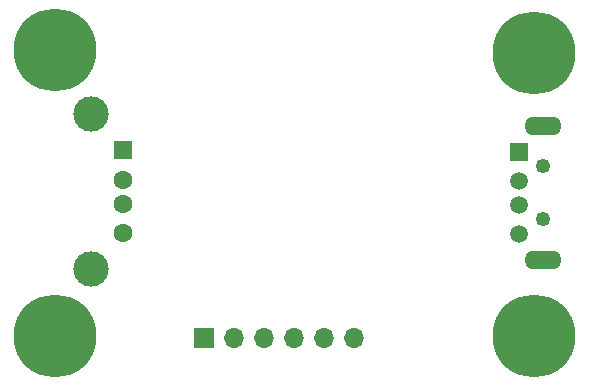
<source format=gbr>
G04 #@! TF.GenerationSoftware,KiCad,Pcbnew,(5.99.0-11535-gf6cac49802)*
G04 #@! TF.CreationDate,2021-08-06T14:04:52-04:00*
G04 #@! TF.ProjectId,esphome-humitemp,65737068-6f6d-4652-9d68-756d6974656d,1*
G04 #@! TF.SameCoordinates,Original*
G04 #@! TF.FileFunction,Soldermask,Bot*
G04 #@! TF.FilePolarity,Negative*
%FSLAX46Y46*%
G04 Gerber Fmt 4.6, Leading zero omitted, Abs format (unit mm)*
G04 Created by KiCad (PCBNEW (5.99.0-11535-gf6cac49802)) date 2021-08-06 14:04:52*
%MOMM*%
%LPD*%
G01*
G04 APERTURE LIST*
%ADD10C,7.000000*%
%ADD11R,1.700000X1.700000*%
%ADD12O,1.700000X1.700000*%
%ADD13R,1.500000X1.600000*%
%ADD14C,1.600000*%
%ADD15C,3.000000*%
%ADD16R,1.508000X1.508000*%
%ADD17C,1.508000*%
%ADD18C,1.250000*%
%ADD19O,3.150000X1.575000*%
G04 APERTURE END LIST*
D10*
X94250000Y-76500000D03*
X134750000Y-76500000D03*
D11*
X106850000Y-76600000D03*
D12*
X109390000Y-76600000D03*
X111930000Y-76600000D03*
X114470000Y-76600000D03*
X117010000Y-76600000D03*
X119550000Y-76600000D03*
D10*
X134750000Y-52500000D03*
X94250000Y-52250000D03*
D13*
X99990000Y-60750000D03*
D14*
X99990000Y-63250000D03*
X99990000Y-65250000D03*
X99990000Y-67750000D03*
D15*
X97280000Y-70820000D03*
X97280000Y-57680000D03*
D16*
X133462500Y-60844250D03*
D17*
X133462500Y-63344250D03*
X133462500Y-65344250D03*
X133462500Y-67844250D03*
D18*
X135562500Y-62094250D03*
X135562500Y-66594250D03*
D19*
X135562500Y-58644250D03*
X135562500Y-70044250D03*
M02*

</source>
